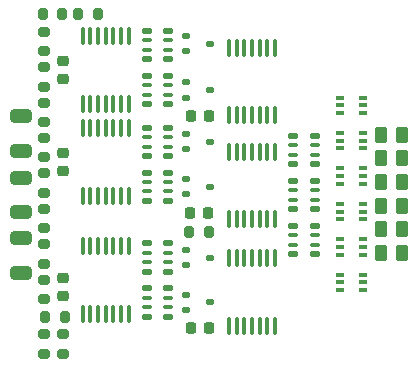
<source format=gbp>
G04 #@! TF.GenerationSoftware,KiCad,Pcbnew,7.0.9-69-ge1c0bddff3*
G04 #@! TF.CreationDate,2024-02-19T10:17:23+01:00*
G04 #@! TF.ProjectId,ASP_Display,4153505f-4469-4737-906c-61792e6b6963,rev?*
G04 #@! TF.SameCoordinates,Original*
G04 #@! TF.FileFunction,Paste,Bot*
G04 #@! TF.FilePolarity,Positive*
%FSLAX46Y46*%
G04 Gerber Fmt 4.6, Leading zero omitted, Abs format (unit mm)*
G04 Created by KiCad (PCBNEW 7.0.9-69-ge1c0bddff3) date 2024-02-19 10:17:23*
%MOMM*%
%LPD*%
G01*
G04 APERTURE LIST*
G04 Aperture macros list*
%AMRoundRect*
0 Rectangle with rounded corners*
0 $1 Rounding radius*
0 $2 $3 $4 $5 $6 $7 $8 $9 X,Y pos of 4 corners*
0 Add a 4 corners polygon primitive as box body*
4,1,4,$2,$3,$4,$5,$6,$7,$8,$9,$2,$3,0*
0 Add four circle primitives for the rounded corners*
1,1,$1+$1,$2,$3*
1,1,$1+$1,$4,$5*
1,1,$1+$1,$6,$7*
1,1,$1+$1,$8,$9*
0 Add four rect primitives between the rounded corners*
20,1,$1+$1,$2,$3,$4,$5,0*
20,1,$1+$1,$4,$5,$6,$7,0*
20,1,$1+$1,$6,$7,$8,$9,0*
20,1,$1+$1,$8,$9,$2,$3,0*%
G04 Aperture macros list end*
%ADD10RoundRect,0.200000X-0.275000X0.200000X-0.275000X-0.200000X0.275000X-0.200000X0.275000X0.200000X0*%
%ADD11RoundRect,0.250000X0.262500X0.450000X-0.262500X0.450000X-0.262500X-0.450000X0.262500X-0.450000X0*%
%ADD12RoundRect,0.225000X0.225000X0.250000X-0.225000X0.250000X-0.225000X-0.250000X0.225000X-0.250000X0*%
%ADD13RoundRect,0.100000X-0.225000X-0.100000X0.225000X-0.100000X0.225000X0.100000X-0.225000X0.100000X0*%
%ADD14RoundRect,0.200000X0.200000X0.275000X-0.200000X0.275000X-0.200000X-0.275000X0.200000X-0.275000X0*%
%ADD15RoundRect,0.100000X0.100000X-0.637500X0.100000X0.637500X-0.100000X0.637500X-0.100000X-0.637500X0*%
%ADD16RoundRect,0.125000X-0.275000X-0.125000X0.275000X-0.125000X0.275000X0.125000X-0.275000X0.125000X0*%
%ADD17RoundRect,0.100000X-0.300000X-0.100000X0.300000X-0.100000X0.300000X0.100000X-0.300000X0.100000X0*%
%ADD18RoundRect,0.100000X-0.100000X0.637500X-0.100000X-0.637500X0.100000X-0.637500X0.100000X0.637500X0*%
%ADD19RoundRect,0.250000X-0.650000X0.325000X-0.650000X-0.325000X0.650000X-0.325000X0.650000X0.325000X0*%
%ADD20RoundRect,0.112500X0.237500X-0.112500X0.237500X0.112500X-0.237500X0.112500X-0.237500X-0.112500X0*%
%ADD21RoundRect,0.225000X-0.250000X0.225000X-0.250000X-0.225000X0.250000X-0.225000X0.250000X0.225000X0*%
%ADD22RoundRect,0.200000X-0.200000X-0.275000X0.200000X-0.275000X0.200000X0.275000X-0.200000X0.275000X0*%
%ADD23RoundRect,0.250000X0.650000X-0.325000X0.650000X0.325000X-0.650000X0.325000X-0.650000X-0.325000X0*%
%ADD24RoundRect,0.225000X0.250000X-0.225000X0.250000X0.225000X-0.250000X0.225000X-0.250000X-0.225000X0*%
G04 APERTURE END LIST*
D10*
G04 #@! TO.C,R21*
X228800000Y-103275000D03*
X228800000Y-104925000D03*
G04 #@! TD*
D11*
G04 #@! TO.C,R11*
X259112500Y-105000000D03*
X257287500Y-105000000D03*
G04 #@! TD*
D12*
G04 #@! TO.C,C3*
X242775000Y-113400000D03*
X241225000Y-113400000D03*
G04 #@! TD*
D13*
G04 #@! TO.C,Q7*
X253850000Y-104150000D03*
X253850000Y-103500000D03*
X253850000Y-102850000D03*
X255750000Y-102850000D03*
X255750000Y-103500000D03*
X255750000Y-104150000D03*
G04 #@! TD*
D14*
G04 #@! TO.C,R12*
X242725000Y-105200000D03*
X241075000Y-105200000D03*
G04 #@! TD*
D10*
G04 #@! TO.C,R16*
X228800000Y-113875000D03*
X228800000Y-115525000D03*
G04 #@! TD*
D12*
G04 #@! TO.C,C8*
X242675000Y-103600000D03*
X241125000Y-103600000D03*
G04 #@! TD*
D13*
G04 #@! TO.C,Q13*
X253850000Y-95150000D03*
X253850000Y-94500000D03*
X253850000Y-93850000D03*
X255750000Y-93850000D03*
X255750000Y-94500000D03*
X255750000Y-95150000D03*
G04 #@! TD*
D15*
G04 #@! TO.C,U7*
X235950000Y-112162500D03*
X235300000Y-112162500D03*
X234650000Y-112162500D03*
X234000000Y-112162500D03*
X233350000Y-112162500D03*
X232700000Y-112162500D03*
X232050000Y-112162500D03*
X232050000Y-106437500D03*
X232700000Y-106437500D03*
X233350000Y-106437500D03*
X234000000Y-106437500D03*
X234650000Y-106437500D03*
X235300000Y-106437500D03*
X235950000Y-106437500D03*
G04 #@! TD*
D16*
G04 #@! TO.C,RN8*
X237500000Y-90600000D03*
D17*
X237500000Y-89800000D03*
X237500000Y-89000000D03*
D16*
X237500000Y-88200000D03*
X239300000Y-88200000D03*
D17*
X239300000Y-89000000D03*
X239300000Y-89800000D03*
D16*
X239300000Y-90600000D03*
G04 #@! TD*
D18*
G04 #@! TO.C,U5*
X244450000Y-98437500D03*
X245100000Y-98437500D03*
X245750000Y-98437500D03*
X246400000Y-98437500D03*
X247050000Y-98437500D03*
X247700000Y-98437500D03*
X248350000Y-98437500D03*
X248350000Y-104162500D03*
X247700000Y-104162500D03*
X247050000Y-104162500D03*
X246400000Y-104162500D03*
X245750000Y-104162500D03*
X245100000Y-104162500D03*
X244450000Y-104162500D03*
G04 #@! TD*
D19*
G04 #@! TO.C,C6*
X226800000Y-105725000D03*
X226800000Y-108675000D03*
G04 #@! TD*
D16*
G04 #@! TO.C,RN7*
X237500000Y-102600000D03*
D17*
X237500000Y-101800000D03*
X237500000Y-101000000D03*
D16*
X237500000Y-100200000D03*
X239300000Y-100200000D03*
D17*
X239300000Y-101000000D03*
X239300000Y-101800000D03*
D16*
X239300000Y-102600000D03*
G04 #@! TD*
D10*
G04 #@! TO.C,R19*
X228800000Y-109275000D03*
X228800000Y-110925000D03*
G04 #@! TD*
D11*
G04 #@! TO.C,R33*
X259112500Y-97000000D03*
X257287500Y-97000000D03*
G04 #@! TD*
D15*
G04 #@! TO.C,U8*
X235950000Y-102162500D03*
X235300000Y-102162500D03*
X234650000Y-102162500D03*
X234000000Y-102162500D03*
X233350000Y-102162500D03*
X232700000Y-102162500D03*
X232050000Y-102162500D03*
X232050000Y-96437500D03*
X232700000Y-96437500D03*
X233350000Y-96437500D03*
X234000000Y-96437500D03*
X234650000Y-96437500D03*
X235300000Y-96437500D03*
X235950000Y-96437500D03*
G04 #@! TD*
D20*
G04 #@! TO.C,D9*
X240800000Y-98250000D03*
X240800000Y-96950000D03*
X242800000Y-97600000D03*
G04 #@! TD*
D16*
G04 #@! TO.C,RN6*
X237500000Y-98800000D03*
D17*
X237500000Y-98000000D03*
X237500000Y-97200000D03*
D16*
X237500000Y-96400000D03*
X239300000Y-96400000D03*
D17*
X239300000Y-97200000D03*
X239300000Y-98000000D03*
D16*
X239300000Y-98800000D03*
G04 #@! TD*
D21*
G04 #@! TO.C,C18*
X230400000Y-109125000D03*
X230400000Y-110675000D03*
G04 #@! TD*
D13*
G04 #@! TO.C,Q5*
X253850000Y-107150000D03*
X253850000Y-106500000D03*
X253850000Y-105850000D03*
X255750000Y-105850000D03*
X255750000Y-106500000D03*
X255750000Y-107150000D03*
G04 #@! TD*
D18*
G04 #@! TO.C,U6*
X244450000Y-89637500D03*
X245100000Y-89637500D03*
X245750000Y-89637500D03*
X246400000Y-89637500D03*
X247050000Y-89637500D03*
X247700000Y-89637500D03*
X248350000Y-89637500D03*
X248350000Y-95362500D03*
X247700000Y-95362500D03*
X247050000Y-95362500D03*
X246400000Y-95362500D03*
X245750000Y-95362500D03*
X245100000Y-95362500D03*
X244450000Y-95362500D03*
G04 #@! TD*
D10*
G04 #@! TO.C,R17*
X230400000Y-113875000D03*
X230400000Y-115525000D03*
G04 #@! TD*
D16*
G04 #@! TO.C,RN4*
X237500000Y-108600000D03*
D17*
X237500000Y-107800000D03*
X237500000Y-107000000D03*
D16*
X237500000Y-106200000D03*
X239300000Y-106200000D03*
D17*
X239300000Y-107000000D03*
X239300000Y-107800000D03*
D16*
X239300000Y-108600000D03*
G04 #@! TD*
G04 #@! TO.C,RN2*
X249900000Y-103300000D03*
D17*
X249900000Y-102500000D03*
X249900000Y-101700000D03*
D16*
X249900000Y-100900000D03*
X251700000Y-100900000D03*
D17*
X251700000Y-101700000D03*
X251700000Y-102500000D03*
D16*
X251700000Y-103300000D03*
G04 #@! TD*
D19*
G04 #@! TO.C,C1*
X226800000Y-95425000D03*
X226800000Y-98375000D03*
G04 #@! TD*
D20*
G04 #@! TO.C,D10*
X240800000Y-102050000D03*
X240800000Y-100750000D03*
X242800000Y-101400000D03*
G04 #@! TD*
D18*
G04 #@! TO.C,U2*
X244450000Y-107437500D03*
X245100000Y-107437500D03*
X245750000Y-107437500D03*
X246400000Y-107437500D03*
X247050000Y-107437500D03*
X247700000Y-107437500D03*
X248350000Y-107437500D03*
X248350000Y-113162500D03*
X247700000Y-113162500D03*
X247050000Y-113162500D03*
X246400000Y-113162500D03*
X245750000Y-113162500D03*
X245100000Y-113162500D03*
X244450000Y-113162500D03*
G04 #@! TD*
D15*
G04 #@! TO.C,U9*
X235950000Y-94362500D03*
X235300000Y-94362500D03*
X234650000Y-94362500D03*
X234000000Y-94362500D03*
X233350000Y-94362500D03*
X232700000Y-94362500D03*
X232050000Y-94362500D03*
X232050000Y-88637500D03*
X232700000Y-88637500D03*
X233350000Y-88637500D03*
X234000000Y-88637500D03*
X234650000Y-88637500D03*
X235300000Y-88637500D03*
X235950000Y-88637500D03*
G04 #@! TD*
D10*
G04 #@! TO.C,R26*
X228800000Y-88275000D03*
X228800000Y-89925000D03*
G04 #@! TD*
D13*
G04 #@! TO.C,Q11*
X253850000Y-98150000D03*
X253850000Y-97500000D03*
X253850000Y-96850000D03*
X255750000Y-96850000D03*
X255750000Y-97500000D03*
X255750000Y-98150000D03*
G04 #@! TD*
D22*
G04 #@! TO.C,R18*
X228875000Y-112400000D03*
X230525000Y-112400000D03*
G04 #@! TD*
D16*
G04 #@! TO.C,RN9*
X237500000Y-94400000D03*
D17*
X237500000Y-93600000D03*
X237500000Y-92800000D03*
D16*
X237500000Y-92000000D03*
X239300000Y-92000000D03*
D17*
X239300000Y-92800000D03*
X239300000Y-93600000D03*
D16*
X239300000Y-94400000D03*
G04 #@! TD*
D14*
G04 #@! TO.C,R28*
X233325000Y-86800000D03*
X231675000Y-86800000D03*
G04 #@! TD*
D21*
G04 #@! TO.C,C17*
X230400000Y-98525000D03*
X230400000Y-100075000D03*
G04 #@! TD*
D14*
G04 #@! TO.C,R27*
X230325000Y-86800000D03*
X228675000Y-86800000D03*
G04 #@! TD*
D10*
G04 #@! TO.C,R23*
X228800000Y-97250000D03*
X228800000Y-98900000D03*
G04 #@! TD*
D16*
G04 #@! TO.C,RN3*
X249900000Y-99500000D03*
D17*
X249900000Y-98700000D03*
X249900000Y-97900000D03*
D16*
X249900000Y-97100000D03*
X251700000Y-97100000D03*
D17*
X251700000Y-97900000D03*
X251700000Y-98700000D03*
D16*
X251700000Y-99500000D03*
G04 #@! TD*
D20*
G04 #@! TO.C,D12*
X240800000Y-93850000D03*
X240800000Y-92550000D03*
X242800000Y-93200000D03*
G04 #@! TD*
D16*
G04 #@! TO.C,RN1*
X249900000Y-107100000D03*
D17*
X249900000Y-106300000D03*
X249900000Y-105500000D03*
D16*
X249900000Y-104700000D03*
X251700000Y-104700000D03*
D17*
X251700000Y-105500000D03*
X251700000Y-106300000D03*
D16*
X251700000Y-107100000D03*
G04 #@! TD*
D20*
G04 #@! TO.C,D8*
X240800000Y-111850000D03*
X240800000Y-110550000D03*
X242800000Y-111200000D03*
G04 #@! TD*
D23*
G04 #@! TO.C,C9*
X226800000Y-103575000D03*
X226800000Y-100625000D03*
G04 #@! TD*
D10*
G04 #@! TO.C,R24*
X228800000Y-94275000D03*
X228800000Y-95925000D03*
G04 #@! TD*
D20*
G04 #@! TO.C,D11*
X240800000Y-89950000D03*
X240800000Y-88650000D03*
X242800000Y-89300000D03*
G04 #@! TD*
D10*
G04 #@! TO.C,R20*
X228800000Y-106275000D03*
X228800000Y-107925000D03*
G04 #@! TD*
D11*
G04 #@! TO.C,R31*
X259112500Y-99000000D03*
X257287500Y-99000000D03*
G04 #@! TD*
D10*
G04 #@! TO.C,R22*
X228800000Y-100275000D03*
X228800000Y-101925000D03*
G04 #@! TD*
D24*
G04 #@! TO.C,C16*
X230400000Y-92275000D03*
X230400000Y-90725000D03*
G04 #@! TD*
D11*
G04 #@! TO.C,R14*
X259112500Y-103000000D03*
X257287500Y-103000000D03*
G04 #@! TD*
G04 #@! TO.C,R29*
X259112500Y-101000000D03*
X257287500Y-101000000D03*
G04 #@! TD*
D20*
G04 #@! TO.C,D7*
X240800000Y-108050000D03*
X240800000Y-106750000D03*
X242800000Y-107400000D03*
G04 #@! TD*
D13*
G04 #@! TO.C,Q9*
X253850000Y-101150000D03*
X253850000Y-100500000D03*
X253850000Y-99850000D03*
X255750000Y-99850000D03*
X255750000Y-100500000D03*
X255750000Y-101150000D03*
G04 #@! TD*
D11*
G04 #@! TO.C,R9*
X259112500Y-107000000D03*
X257287500Y-107000000D03*
G04 #@! TD*
D16*
G04 #@! TO.C,RN5*
X237500000Y-112400000D03*
D17*
X237500000Y-111600000D03*
X237500000Y-110800000D03*
D16*
X237500000Y-110000000D03*
X239300000Y-110000000D03*
D17*
X239300000Y-110800000D03*
X239300000Y-111600000D03*
D16*
X239300000Y-112400000D03*
G04 #@! TD*
D10*
G04 #@! TO.C,R25*
X228800000Y-91275000D03*
X228800000Y-92925000D03*
G04 #@! TD*
D12*
G04 #@! TO.C,C10*
X242775000Y-95400000D03*
X241225000Y-95400000D03*
G04 #@! TD*
D13*
G04 #@! TO.C,Q3*
X253850000Y-110150000D03*
X253850000Y-109500000D03*
X253850000Y-108850000D03*
X255750000Y-108850000D03*
X255750000Y-109500000D03*
X255750000Y-110150000D03*
G04 #@! TD*
M02*

</source>
